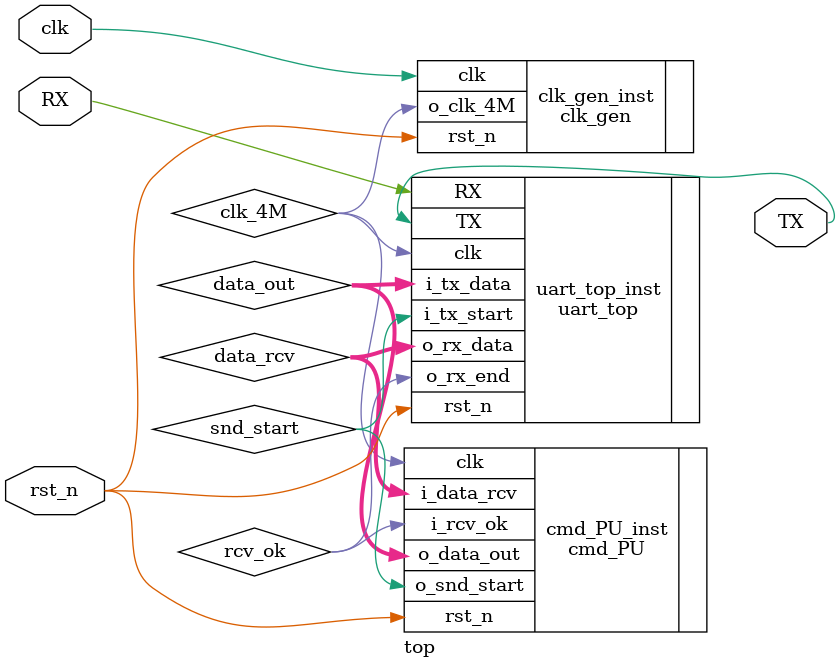
<source format=v>

module top(
input           clk     ,
input           rst_n   ,
input           RX      ,
output          TX       
);


wire [7:0]data_rcv   ;
wire      rcv_ok     ;
wire [7:0]data_out   ;
wire      snd_start  ;
wire      clk_4M     ;
clk_gen  clk_gen_inst(
.clk      (clk),
.rst_n    (rst_n),
.o_clk_4M (clk_4M) 
);

 

 
uart_top uart_top_inst(
.clk         (clk_4M       ),
.rst_n       (rst_n        ),
.o_rx_data   (data_rcv     ),
.o_rx_end    (rcv_ok       ),
.i_tx_data   (data_out     ),
.i_tx_start  (snd_start    ),
.RX          (RX           ),
.TX          (TX           )
);

cmd_PU cmd_PU_inst(
.i_data_rcv   (data_rcv    ),
.i_rcv_ok     (rcv_ok      ),
.o_data_out   (data_out    ),
.o_snd_start  (snd_start   ),
.clk          (clk_4M      ),
.rst_n        (rst_n       )
    );


endmodule
</source>
